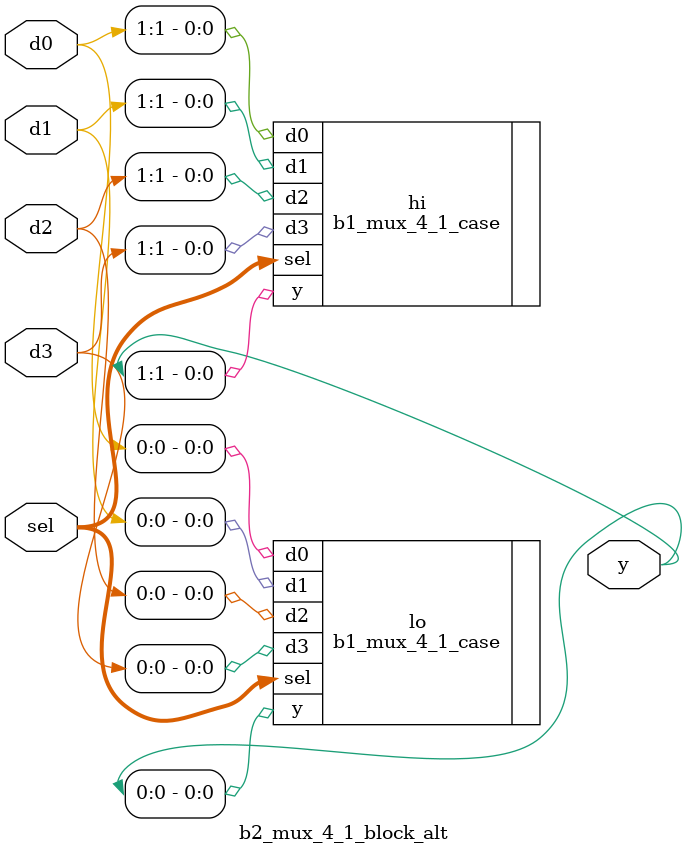
<source format=v>
module b2_mux_4_1_block_alt
(
    input  [1:0] d0, d1, d2, d3,
    input  [1:0] sel,
    output [1:0] y
);

    b1_mux_4_1_case hi(.d0(d0[1]), .d1(d1[1]), .d2(d2[1]), .d3(d3[1]), .sel(sel), .y(y[1]));
    b1_mux_4_1_case lo(.d0(d0[0]), .d1(d1[0]), .d2(d2[0]), .d3(d3[0]), .sel(sel), .y(y[0]));

endmodule
</source>
